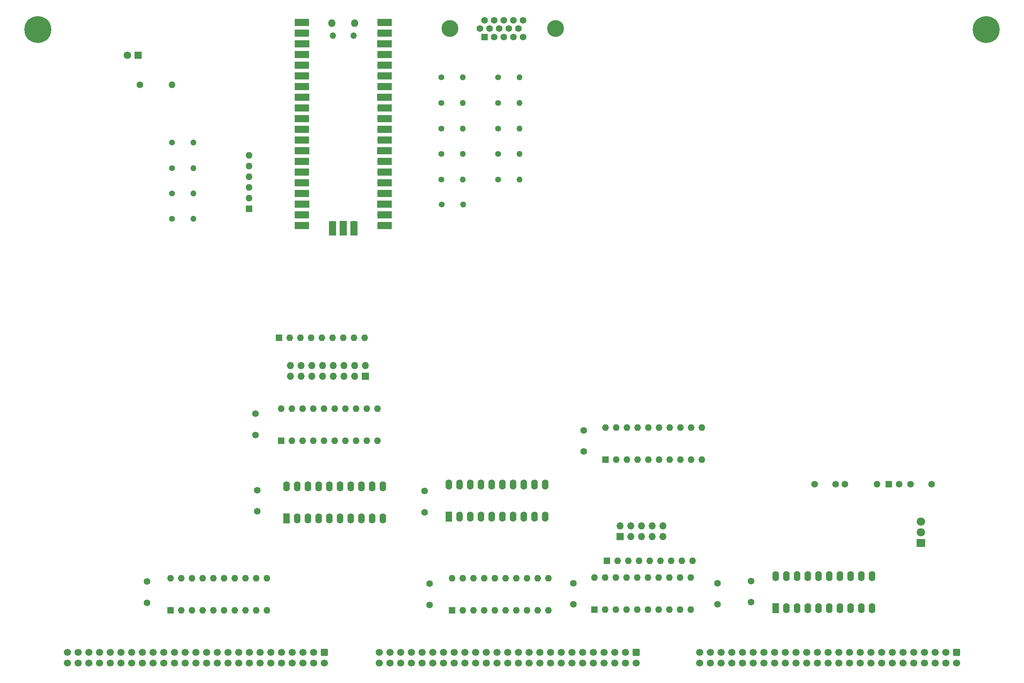
<source format=gbr>
%TF.GenerationSoftware,KiCad,Pcbnew,7.0.1*%
%TF.CreationDate,2024-12-08T14:30:23-06:00*%
%TF.ProjectId,input-output.MappedVideo,696e7075-742d-46f7-9574-7075742e4d61,V0.8*%
%TF.SameCoordinates,Original*%
%TF.FileFunction,Soldermask,Top*%
%TF.FilePolarity,Negative*%
%FSLAX46Y46*%
G04 Gerber Fmt 4.6, Leading zero omitted, Abs format (unit mm)*
G04 Created by KiCad (PCBNEW 7.0.1) date 2024-12-08 14:30:23*
%MOMM*%
%LPD*%
G01*
G04 APERTURE LIST*
G04 Aperture macros list*
%AMRoundRect*
0 Rectangle with rounded corners*
0 $1 Rounding radius*
0 $2 $3 $4 $5 $6 $7 $8 $9 X,Y pos of 4 corners*
0 Add a 4 corners polygon primitive as box body*
4,1,4,$2,$3,$4,$5,$6,$7,$8,$9,$2,$3,0*
0 Add four circle primitives for the rounded corners*
1,1,$1+$1,$2,$3*
1,1,$1+$1,$4,$5*
1,1,$1+$1,$6,$7*
1,1,$1+$1,$8,$9*
0 Add four rect primitives between the rounded corners*
20,1,$1+$1,$2,$3,$4,$5,0*
20,1,$1+$1,$4,$5,$6,$7,0*
20,1,$1+$1,$6,$7,$8,$9,0*
20,1,$1+$1,$8,$9,$2,$3,0*%
G04 Aperture macros list end*
%ADD10C,1.600000*%
%ADD11R,1.600000X1.600000*%
%ADD12O,1.600000X1.600000*%
%ADD13R,2.000000X1.905000*%
%ADD14O,2.000000X1.905000*%
%ADD15R,1.600000X2.400000*%
%ADD16O,1.600000X2.400000*%
%ADD17O,1.800000X1.800000*%
%ADD18O,1.500000X1.500000*%
%ADD19O,1.700000X1.700000*%
%ADD20R,3.500000X1.700000*%
%ADD21R,1.700000X1.700000*%
%ADD22R,1.700000X3.500000*%
%ADD23C,1.400000*%
%ADD24O,1.400000X1.400000*%
%ADD25C,4.000000*%
%ADD26C,6.400000*%
%ADD27RoundRect,0.250000X-0.600000X0.600000X-0.600000X-0.600000X0.600000X-0.600000X0.600000X0.600000X0*%
%ADD28C,1.700000*%
%ADD29R,1.800000X1.800000*%
%ADD30C,1.800000*%
G04 APERTURE END LIST*
D10*
%TO.C,C12*%
X65861000Y-211164000D03*
X65861000Y-206164000D03*
%TD*%
D11*
%TO.C,U8*%
X97738000Y-172723000D03*
D12*
X100278000Y-172723000D03*
X102818000Y-172723000D03*
X105358000Y-172723000D03*
X107898000Y-172723000D03*
X110438000Y-172723000D03*
X112978000Y-172723000D03*
X115518000Y-172723000D03*
X118058000Y-172723000D03*
X120598000Y-172723000D03*
X120598000Y-165103000D03*
X118058000Y-165103000D03*
X115518000Y-165103000D03*
X112978000Y-165103000D03*
X110438000Y-165103000D03*
X107898000Y-165103000D03*
X105358000Y-165103000D03*
X102818000Y-165103000D03*
X100278000Y-165103000D03*
X97738000Y-165103000D03*
%TD*%
D13*
%TO.C,U6*%
X249503000Y-196980000D03*
D14*
X249503000Y-194440000D03*
X249503000Y-191900000D03*
%TD*%
D15*
%TO.C,U5*%
X99008000Y-191138000D03*
D16*
X101548000Y-191138000D03*
X104088000Y-191138000D03*
X106628000Y-191138000D03*
X109168000Y-191138000D03*
X111708000Y-191138000D03*
X114248000Y-191138000D03*
X116788000Y-191138000D03*
X119328000Y-191138000D03*
X121868000Y-191138000D03*
X121868000Y-183518000D03*
X119328000Y-183518000D03*
X116788000Y-183518000D03*
X114248000Y-183518000D03*
X111708000Y-183518000D03*
X109168000Y-183518000D03*
X106628000Y-183518000D03*
X104088000Y-183518000D03*
X101548000Y-183518000D03*
X99008000Y-183518000D03*
%TD*%
D15*
%TO.C,U4*%
X137489000Y-190757000D03*
D16*
X140029000Y-190757000D03*
X142569000Y-190757000D03*
X145109000Y-190757000D03*
X147649000Y-190757000D03*
X150189000Y-190757000D03*
X152729000Y-190757000D03*
X155269000Y-190757000D03*
X157809000Y-190757000D03*
X160349000Y-190757000D03*
X160349000Y-183137000D03*
X157809000Y-183137000D03*
X155269000Y-183137000D03*
X152729000Y-183137000D03*
X150189000Y-183137000D03*
X147649000Y-183137000D03*
X145109000Y-183137000D03*
X142569000Y-183137000D03*
X140029000Y-183137000D03*
X137489000Y-183137000D03*
%TD*%
D17*
%TO.C,U3*%
X109745000Y-73412000D03*
D18*
X110045000Y-76442000D03*
X114895000Y-76442000D03*
D17*
X115195000Y-73412000D03*
D19*
X103580000Y-73282000D03*
D20*
X102680000Y-73282000D03*
D19*
X103580000Y-75822000D03*
D20*
X102680000Y-75822000D03*
D21*
X103580000Y-78362000D03*
D20*
X102680000Y-78362000D03*
D19*
X103580000Y-80902000D03*
D20*
X102680000Y-80902000D03*
D19*
X103580000Y-83442000D03*
D20*
X102680000Y-83442000D03*
D19*
X103580000Y-85982000D03*
D20*
X102680000Y-85982000D03*
D19*
X103580000Y-88522000D03*
D20*
X102680000Y-88522000D03*
D21*
X103580000Y-91062000D03*
D20*
X102680000Y-91062000D03*
D19*
X103580000Y-93602000D03*
D20*
X102680000Y-93602000D03*
D19*
X103580000Y-96142000D03*
D20*
X102680000Y-96142000D03*
D19*
X103580000Y-98682000D03*
D20*
X102680000Y-98682000D03*
D19*
X103580000Y-101222000D03*
D20*
X102680000Y-101222000D03*
D21*
X103580000Y-103762000D03*
D20*
X102680000Y-103762000D03*
D19*
X103580000Y-106302000D03*
D20*
X102680000Y-106302000D03*
D19*
X103580000Y-108842000D03*
D20*
X102680000Y-108842000D03*
D19*
X103580000Y-111382000D03*
D20*
X102680000Y-111382000D03*
D19*
X103580000Y-113922000D03*
D20*
X102680000Y-113922000D03*
D21*
X103580000Y-116462000D03*
D20*
X102680000Y-116462000D03*
D19*
X103580000Y-119002000D03*
D20*
X102680000Y-119002000D03*
D19*
X103580000Y-121542000D03*
D20*
X102680000Y-121542000D03*
D19*
X121360000Y-121542000D03*
D20*
X122260000Y-121542000D03*
D19*
X121360000Y-119002000D03*
D20*
X122260000Y-119002000D03*
D21*
X121360000Y-116462000D03*
D20*
X122260000Y-116462000D03*
D19*
X121360000Y-113922000D03*
D20*
X122260000Y-113922000D03*
D19*
X121360000Y-111382000D03*
D20*
X122260000Y-111382000D03*
D19*
X121360000Y-108842000D03*
D20*
X122260000Y-108842000D03*
D19*
X121360000Y-106302000D03*
D20*
X122260000Y-106302000D03*
D21*
X121360000Y-103762000D03*
D20*
X122260000Y-103762000D03*
D19*
X121360000Y-101222000D03*
D20*
X122260000Y-101222000D03*
D19*
X121360000Y-98682000D03*
D20*
X122260000Y-98682000D03*
D19*
X121360000Y-96142000D03*
D20*
X122260000Y-96142000D03*
D19*
X121360000Y-93602000D03*
D20*
X122260000Y-93602000D03*
D21*
X121360000Y-91062000D03*
D20*
X122260000Y-91062000D03*
D19*
X121360000Y-88522000D03*
D20*
X122260000Y-88522000D03*
D19*
X121360000Y-85982000D03*
D20*
X122260000Y-85982000D03*
D19*
X121360000Y-83442000D03*
D20*
X122260000Y-83442000D03*
D19*
X121360000Y-80902000D03*
D20*
X122260000Y-80902000D03*
D21*
X121360000Y-78362000D03*
D20*
X122260000Y-78362000D03*
D19*
X121360000Y-75822000D03*
D20*
X122260000Y-75822000D03*
D19*
X121360000Y-73282000D03*
D20*
X122260000Y-73282000D03*
D19*
X109930000Y-121312000D03*
D22*
X109930000Y-122212000D03*
D21*
X112470000Y-121312000D03*
D22*
X112470000Y-122212000D03*
D19*
X115010000Y-121312000D03*
D22*
X115010000Y-122212000D03*
%TD*%
D15*
%TO.C,U2*%
X215086000Y-212474000D03*
D16*
X217626000Y-212474000D03*
X220166000Y-212474000D03*
X222706000Y-212474000D03*
X225246000Y-212474000D03*
X227786000Y-212474000D03*
X230326000Y-212474000D03*
X232866000Y-212474000D03*
X235406000Y-212474000D03*
X237946000Y-212474000D03*
X237946000Y-204854000D03*
X235406000Y-204854000D03*
X232866000Y-204854000D03*
X230326000Y-204854000D03*
X227786000Y-204854000D03*
X225246000Y-204854000D03*
X222706000Y-204854000D03*
X220166000Y-204854000D03*
X217626000Y-204854000D03*
X215086000Y-204854000D03*
%TD*%
D11*
%TO.C,U1*%
X174700000Y-177168000D03*
D12*
X177240000Y-177168000D03*
X179780000Y-177168000D03*
X182320000Y-177168000D03*
X184860000Y-177168000D03*
X187400000Y-177168000D03*
X189940000Y-177168000D03*
X192480000Y-177168000D03*
X195020000Y-177168000D03*
X197560000Y-177168000D03*
X197560000Y-169548000D03*
X195020000Y-169548000D03*
X192480000Y-169548000D03*
X189940000Y-169548000D03*
X187400000Y-169548000D03*
X184860000Y-169548000D03*
X182320000Y-169548000D03*
X179780000Y-169548000D03*
X177240000Y-169548000D03*
X174700000Y-169548000D03*
%TD*%
D11*
%TO.C,RN3*%
X97230000Y-148212000D03*
D12*
X99770000Y-148212000D03*
X102310000Y-148212000D03*
X104850000Y-148212000D03*
X107390000Y-148212000D03*
X109930000Y-148212000D03*
X112470000Y-148212000D03*
X115010000Y-148212000D03*
X117550000Y-148212000D03*
%TD*%
D11*
%TO.C,RN2*%
X90118000Y-117605000D03*
D12*
X90118000Y-115065000D03*
X90118000Y-112525000D03*
X90118000Y-109985000D03*
X90118000Y-107445000D03*
X90118000Y-104905000D03*
%TD*%
D23*
%TO.C,R16*%
X71830000Y-119937100D03*
D24*
X76910000Y-119937100D03*
%TD*%
D23*
%TO.C,R15*%
X149173000Y-86363000D03*
D24*
X154253000Y-86363000D03*
%TD*%
D23*
%TO.C,R14*%
X149173000Y-92427200D03*
D24*
X154253000Y-92427200D03*
%TD*%
D23*
%TO.C,R13*%
X149173000Y-98491500D03*
D24*
X154253000Y-98491500D03*
%TD*%
D23*
%TO.C,R12*%
X149173000Y-104555700D03*
D24*
X154253000Y-104555700D03*
%TD*%
%TO.C,R11*%
X154253000Y-110620000D03*
D23*
X149173000Y-110620000D03*
%TD*%
%TO.C,R10*%
X135838000Y-116589000D03*
D24*
X140918000Y-116589000D03*
%TD*%
D23*
%TO.C,R9*%
X135711000Y-110620000D03*
D24*
X140791000Y-110620000D03*
%TD*%
D23*
%TO.C,R8*%
X135711000Y-104555700D03*
D24*
X140791000Y-104555700D03*
%TD*%
D23*
%TO.C,R7*%
X135711000Y-98491500D03*
D24*
X140791000Y-98491500D03*
%TD*%
D23*
%TO.C,R6*%
X135711000Y-92427200D03*
D24*
X140791000Y-92427200D03*
%TD*%
D23*
%TO.C,R5*%
X135711000Y-86363000D03*
D24*
X140791000Y-86363000D03*
%TD*%
D23*
%TO.C,R4*%
X71830000Y-101857000D03*
D24*
X76910000Y-101857000D03*
%TD*%
%TO.C,R3*%
X76910000Y-107883700D03*
D23*
X71830000Y-107883700D03*
%TD*%
D24*
%TO.C,R2*%
X76910000Y-113910400D03*
D23*
X71830000Y-113910400D03*
%TD*%
D21*
%TO.C,J2*%
X117677000Y-157356000D03*
D19*
X117677000Y-154816000D03*
X115137000Y-157356000D03*
X115137000Y-154816000D03*
X112597000Y-157356000D03*
X112597000Y-154816000D03*
X110057000Y-157356000D03*
X110057000Y-154816000D03*
X107517000Y-157356000D03*
X107517000Y-154816000D03*
X104977000Y-157356000D03*
X104977000Y-154816000D03*
X102437000Y-157356000D03*
X102437000Y-154816000D03*
X99897000Y-157356000D03*
X99897000Y-154816000D03*
%TD*%
D25*
%TO.C,J1*%
X137813000Y-74684000D03*
X162813000Y-74684000D03*
D11*
X145998000Y-76734000D03*
D10*
X148288000Y-76734000D03*
X150578000Y-76734000D03*
X152868000Y-76734000D03*
X155158000Y-76734000D03*
X144853000Y-74754000D03*
X147143000Y-74754000D03*
X149433000Y-74754000D03*
X151723000Y-74754000D03*
X154013000Y-74754000D03*
X145998000Y-72774000D03*
X148288000Y-72774000D03*
X150578000Y-72774000D03*
X152868000Y-72774000D03*
X155158000Y-72774000D03*
%TD*%
D26*
%TO.C,H2*%
X265000000Y-75000000D03*
%TD*%
%TO.C,H1*%
X40000000Y-75000000D03*
%TD*%
D27*
%TO.C,P2*%
X182000000Y-223000000D03*
D28*
X182000000Y-225540000D03*
X179460000Y-223000000D03*
X179460000Y-225540000D03*
X176920000Y-223000000D03*
X176920000Y-225540000D03*
X174380000Y-223000000D03*
X174380000Y-225540000D03*
X171840000Y-223000000D03*
X171840000Y-225540000D03*
X169300000Y-223000000D03*
X169300000Y-225540000D03*
X166760000Y-223000000D03*
X166760000Y-225540000D03*
X164220000Y-223000000D03*
X164220000Y-225540000D03*
X161680000Y-223000000D03*
X161680000Y-225540000D03*
X159140000Y-223000000D03*
X159140000Y-225540000D03*
X156600000Y-223000000D03*
X156600000Y-225540000D03*
X154060000Y-223000000D03*
X154060000Y-225540000D03*
X151520000Y-223000000D03*
X151520000Y-225540000D03*
X148980000Y-223000000D03*
X148980000Y-225540000D03*
X146440000Y-223000000D03*
X146440000Y-225540000D03*
X143900000Y-223000000D03*
X143900000Y-225540000D03*
X141360000Y-223000000D03*
X141360000Y-225540000D03*
X138820000Y-223000000D03*
X138820000Y-225540000D03*
X136280000Y-223000000D03*
X136280000Y-225540000D03*
X133740000Y-223000000D03*
X133740000Y-225540000D03*
X131200000Y-223000000D03*
X131200000Y-225540000D03*
X128660000Y-223000000D03*
X128660000Y-225540000D03*
X126120000Y-223000000D03*
X126120000Y-225540000D03*
X123580000Y-223000000D03*
X123580000Y-225540000D03*
X121040000Y-223000000D03*
X121040000Y-225540000D03*
%TD*%
D27*
%TO.C,P3*%
X258000000Y-223000000D03*
D28*
X258000000Y-225540000D03*
X255460000Y-223000000D03*
X255460000Y-225540000D03*
X252920000Y-223000000D03*
X252920000Y-225540000D03*
X250380000Y-223000000D03*
X250380000Y-225540000D03*
X247840000Y-223000000D03*
X247840000Y-225540000D03*
X245300000Y-223000000D03*
X245300000Y-225540000D03*
X242760000Y-223000000D03*
X242760000Y-225540000D03*
X240220000Y-223000000D03*
X240220000Y-225540000D03*
X237680000Y-223000000D03*
X237680000Y-225540000D03*
X235140000Y-223000000D03*
X235140000Y-225540000D03*
X232600000Y-223000000D03*
X232600000Y-225540000D03*
X230060000Y-223000000D03*
X230060000Y-225540000D03*
X227520000Y-223000000D03*
X227520000Y-225540000D03*
X224980000Y-223000000D03*
X224980000Y-225540000D03*
X222440000Y-223000000D03*
X222440000Y-225540000D03*
X219900000Y-223000000D03*
X219900000Y-225540000D03*
X217360000Y-223000000D03*
X217360000Y-225540000D03*
X214820000Y-223000000D03*
X214820000Y-225540000D03*
X212280000Y-223000000D03*
X212280000Y-225540000D03*
X209740000Y-223000000D03*
X209740000Y-225540000D03*
X207200000Y-223000000D03*
X207200000Y-225540000D03*
X204660000Y-223000000D03*
X204660000Y-225540000D03*
X202120000Y-223000000D03*
X202120000Y-225540000D03*
X199580000Y-223000000D03*
X199580000Y-225540000D03*
X197040000Y-223000000D03*
X197040000Y-225540000D03*
%TD*%
D27*
%TO.C,P1*%
X108000000Y-223000000D03*
D28*
X108000000Y-225540000D03*
X105460000Y-223000000D03*
X105460000Y-225540000D03*
X102920000Y-223000000D03*
X102920000Y-225540000D03*
X100380000Y-223000000D03*
X100380000Y-225540000D03*
X97840000Y-223000000D03*
X97840000Y-225540000D03*
X95300000Y-223000000D03*
X95300000Y-225540000D03*
X92760000Y-223000000D03*
X92760000Y-225540000D03*
X90220000Y-223000000D03*
X90220000Y-225540000D03*
X87680000Y-223000000D03*
X87680000Y-225540000D03*
X85140000Y-223000000D03*
X85140000Y-225540000D03*
X82600000Y-223000000D03*
X82600000Y-225540000D03*
X80060000Y-223000000D03*
X80060000Y-225540000D03*
X77520000Y-223000000D03*
X77520000Y-225540000D03*
X74980000Y-223000000D03*
X74980000Y-225540000D03*
X72440000Y-223000000D03*
X72440000Y-225540000D03*
X69900000Y-223000000D03*
X69900000Y-225540000D03*
X67360000Y-223000000D03*
X67360000Y-225540000D03*
X64820000Y-223000000D03*
X64820000Y-225540000D03*
X62280000Y-223000000D03*
X62280000Y-225540000D03*
X59740000Y-223000000D03*
X59740000Y-225540000D03*
X57200000Y-223000000D03*
X57200000Y-225540000D03*
X54660000Y-223000000D03*
X54660000Y-225540000D03*
X52120000Y-223000000D03*
X52120000Y-225540000D03*
X49580000Y-223000000D03*
X49580000Y-225540000D03*
X47040000Y-223000000D03*
X47040000Y-225540000D03*
%TD*%
D21*
%TO.C,SW1*%
X178125000Y-195475000D03*
D19*
X178125000Y-192935000D03*
X180665000Y-195475000D03*
X180665000Y-192935000D03*
X183205000Y-195475000D03*
X183205000Y-192935000D03*
X185745000Y-195475000D03*
X185745000Y-192935000D03*
X188285000Y-195475000D03*
X188285000Y-192935000D03*
%TD*%
D10*
%TO.C,C5*%
X91642000Y-166286000D03*
X91642000Y-171286000D03*
%TD*%
D29*
%TO.C,D1*%
X63770000Y-81100000D03*
D30*
X61230000Y-81100000D03*
%TD*%
D10*
%TO.C,C48*%
X252100000Y-183000000D03*
X247100000Y-183000000D03*
%TD*%
%TO.C,C2*%
X131774000Y-184661000D03*
X131774000Y-189661000D03*
%TD*%
%TO.C,C6*%
X167080000Y-206545000D03*
X167080000Y-211545000D03*
%TD*%
%TO.C,C9*%
X209244000Y-206037000D03*
X209244000Y-211037000D03*
%TD*%
D11*
%TO.C,RN1*%
X175025000Y-201200000D03*
D12*
X177565000Y-201200000D03*
X180105000Y-201200000D03*
X182645000Y-201200000D03*
X185185000Y-201200000D03*
X187725000Y-201200000D03*
X190265000Y-201200000D03*
X192805000Y-201200000D03*
X195345000Y-201200000D03*
%TD*%
D10*
%TO.C,L3*%
X231540000Y-183000000D03*
D12*
X239160000Y-183000000D03*
%TD*%
D11*
%TO.C,U15*%
X71500000Y-213000000D03*
D12*
X74040000Y-213000000D03*
X76580000Y-213000000D03*
X79120000Y-213000000D03*
X81660000Y-213000000D03*
X84200000Y-213000000D03*
X86740000Y-213000000D03*
X89280000Y-213000000D03*
X91820000Y-213000000D03*
X94360000Y-213000000D03*
X94360000Y-205380000D03*
X91820000Y-205380000D03*
X89280000Y-205380000D03*
X86740000Y-205380000D03*
X84200000Y-205380000D03*
X81660000Y-205380000D03*
X79120000Y-205380000D03*
X76580000Y-205380000D03*
X74040000Y-205380000D03*
X71500000Y-205380000D03*
%TD*%
D10*
%TO.C,C7*%
X169493000Y-170263000D03*
X169493000Y-175263000D03*
%TD*%
%TO.C,C10*%
X201243000Y-206545000D03*
X201243000Y-211545000D03*
%TD*%
%TO.C,R1*%
X64210000Y-88120000D03*
D12*
X71830000Y-88120000D03*
%TD*%
D11*
%TO.C,U21*%
X172075000Y-212800000D03*
D12*
X174615000Y-212800000D03*
X177155000Y-212800000D03*
X179695000Y-212800000D03*
X182235000Y-212800000D03*
X184775000Y-212800000D03*
X187315000Y-212800000D03*
X189855000Y-212800000D03*
X192395000Y-212800000D03*
X194935000Y-212800000D03*
X194935000Y-205180000D03*
X192395000Y-205180000D03*
X189855000Y-205180000D03*
X187315000Y-205180000D03*
X184775000Y-205180000D03*
X182235000Y-205180000D03*
X179695000Y-205180000D03*
X177155000Y-205180000D03*
X174615000Y-205180000D03*
X172075000Y-205180000D03*
%TD*%
D10*
%TO.C,C3*%
X132917000Y-206672000D03*
X132917000Y-211672000D03*
%TD*%
%TO.C,C29*%
X224300000Y-183000000D03*
X229300000Y-183000000D03*
%TD*%
D11*
%TO.C,C13*%
X241884700Y-183000000D03*
D10*
X244384700Y-183000000D03*
%TD*%
%TO.C,C11*%
X92023000Y-184487000D03*
X92023000Y-189487000D03*
%TD*%
D11*
%TO.C,U13*%
X138250000Y-213000000D03*
D12*
X140790000Y-213000000D03*
X143330000Y-213000000D03*
X145870000Y-213000000D03*
X148410000Y-213000000D03*
X150950000Y-213000000D03*
X153490000Y-213000000D03*
X156030000Y-213000000D03*
X158570000Y-213000000D03*
X161110000Y-213000000D03*
X161110000Y-205380000D03*
X158570000Y-205380000D03*
X156030000Y-205380000D03*
X153490000Y-205380000D03*
X150950000Y-205380000D03*
X148410000Y-205380000D03*
X145870000Y-205380000D03*
X143330000Y-205380000D03*
X140790000Y-205380000D03*
X138250000Y-205380000D03*
%TD*%
M02*

</source>
